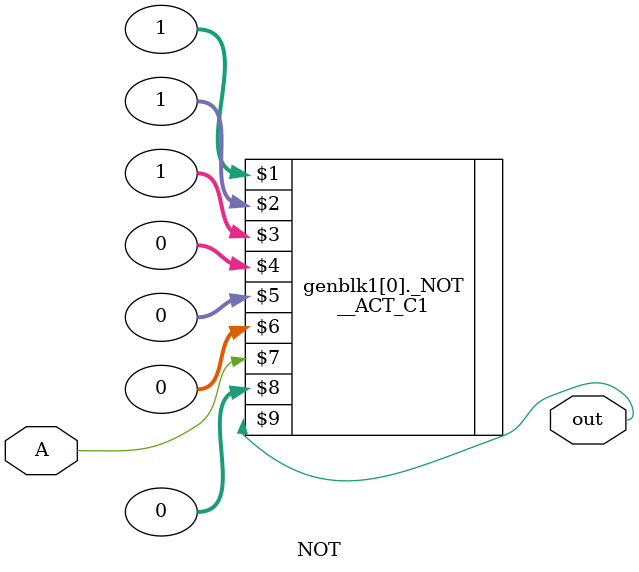
<source format=v>
module NOT #(parameter XLEN = 1) ( 
    input [XLEN - 1 : 0] A,
    
    output [XLEN - 1 : 0] out
);

    genvar i;
    generate
        for (i = 0; i < XLEN; i = i + 1)
            __ACT_C1 _NOT(1, 1, 1, 0, 0, 0, A[i], 0, out[i]);
    endgenerate

endmodule

</source>
